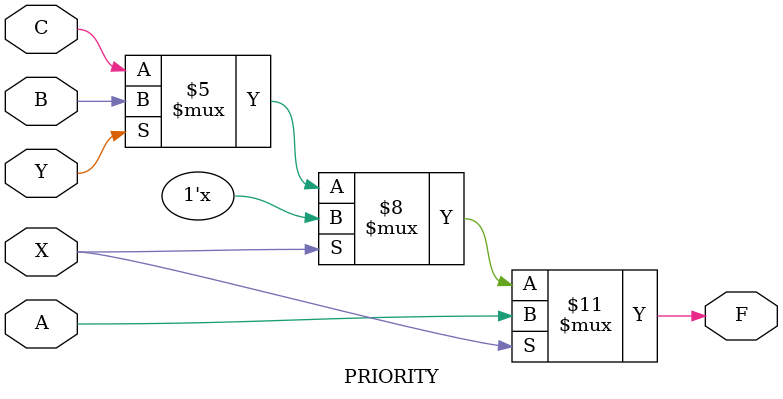
<source format=v>
module PRIORITY(
    input A,
    input B,
    input C,
    input X,
    input Y,
    output reg F
);
    always @(A or B or C or X or Y)
        if(X==1'b1)
            F=A;
        else if(Y==1'b1)
            F=B;
        else
            F=C;
endmodule
</source>
